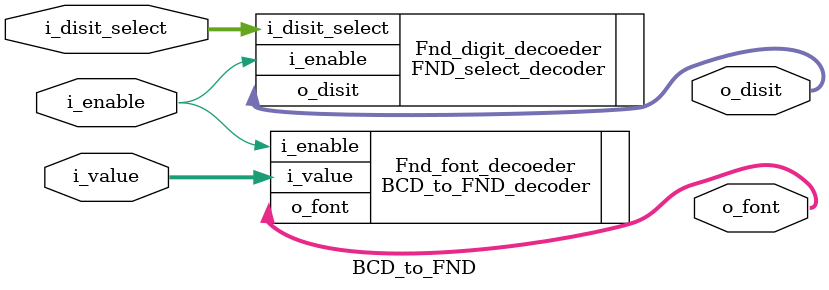
<source format=v>
`timescale 1ns / 1ps

module BCD_to_FND(
    input [1:0] i_disit_select,
    input [3:0] i_value,
    input i_enable,
    output [3:0] o_disit,
    output [7:0] o_font
    );

    FND_select_decoder Fnd_digit_decoeder(
        .i_disit_select(i_disit_select),
        .i_enable(i_enable),
        .o_disit(o_disit)
    );

    BCD_to_FND_decoder Fnd_font_decoeder(
        .i_value(i_value),
        .i_enable(i_enable),
        .o_font(o_font)
    );
endmodule

</source>
